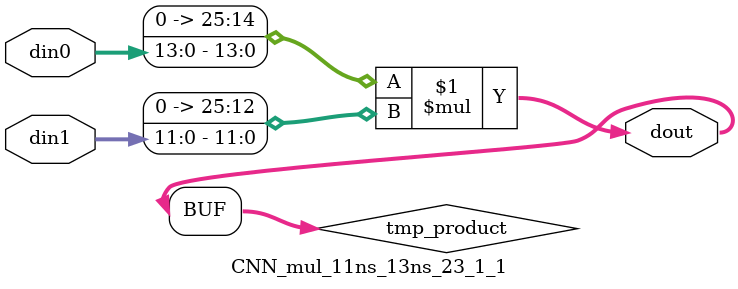
<source format=v>

`timescale 1 ns / 1 ps

 module CNN_mul_11ns_13ns_23_1_1(din0, din1, dout);
parameter ID = 1;
parameter NUM_STAGE = 0;
parameter din0_WIDTH = 14;
parameter din1_WIDTH = 12;
parameter dout_WIDTH = 26;

input [din0_WIDTH - 1 : 0] din0; 
input [din1_WIDTH - 1 : 0] din1; 
output [dout_WIDTH - 1 : 0] dout;

wire signed [dout_WIDTH - 1 : 0] tmp_product;
























assign tmp_product = $signed({1'b0, din0}) * $signed({1'b0, din1});











assign dout = tmp_product;





















endmodule

</source>
